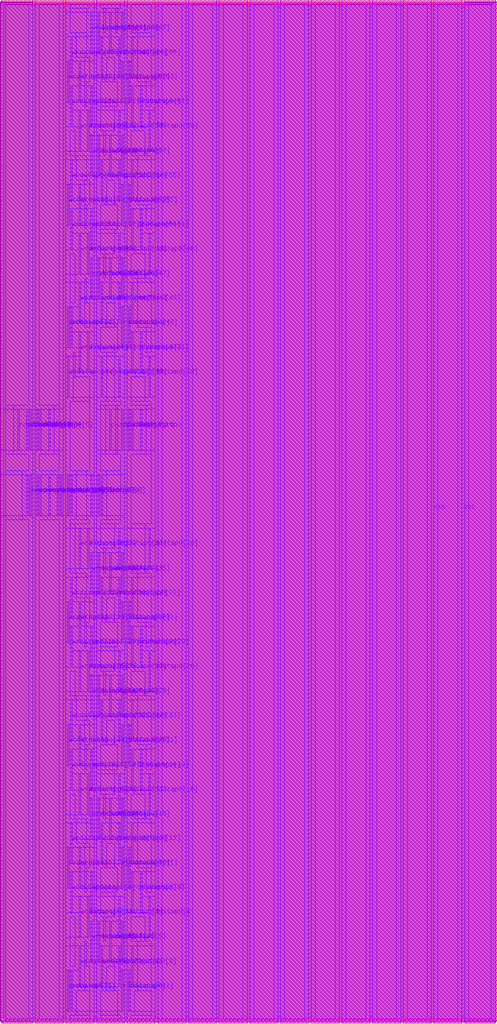
<source format=lef>
VERSION 5.8 ;
BUSBITCHARS "[]" ;
DIVIDERCHAR "/" ;

UNITS
  DATABASE MICRONS 4000 ;
END UNITS

PROPERTYDEFINITIONS
  MACRO hpml_layer STRING ;
  MACRO heml_layer STRING ;
END PROPERTYDEFINITIONS

MACRO arf066b064e1r1w0cbbehsaa4acw
  CLASS BLOCK ;
  FOREIGN arf066b064e1r1w0cbbehsaa4acw ;
  ORIGIN 0 0 ;
  SIZE 14.4 BY 29.76 ;
  PIN ckrdp0
    DIRECTION INPUT ;
    USE SIGNAL ;
    PORT
      LAYER m7 ;
        RECT 3.128 16.68 3.172 17.88 ;
    END
  END ckrdp0
  PIN ckwrp0
    DIRECTION INPUT ;
    USE SIGNAL ;
    PORT
      LAYER m7 ;
        RECT 0.684 14.76 0.728 15.96 ;
    END
  END ckwrp0
  PIN rdaddrp0[0]
    DIRECTION INPUT ;
    USE SIGNAL ;
    PORT
      LAYER m7 ;
        RECT 0.428 16.68 0.472 17.88 ;
    END
  END rdaddrp0[0]
  PIN rdaddrp0[1]
    DIRECTION INPUT ;
    USE SIGNAL ;
    PORT
      LAYER m7 ;
        RECT 0.684 16.68 0.728 17.88 ;
    END
  END rdaddrp0[1]
  PIN rdaddrp0[2]
    DIRECTION INPUT ;
    USE SIGNAL ;
    PORT
      LAYER m7 ;
        RECT 0.772 16.68 0.816 17.88 ;
    END
  END rdaddrp0[2]
  PIN rdaddrp0[3]
    DIRECTION INPUT ;
    USE SIGNAL ;
    PORT
      LAYER m7 ;
        RECT 0.984 16.68 1.028 17.88 ;
    END
  END rdaddrp0[3]
  PIN rdaddrp0[4]
    DIRECTION INPUT ;
    USE SIGNAL ;
    PORT
      LAYER m7 ;
        RECT 1.072 16.68 1.116 17.88 ;
    END
  END rdaddrp0[4]
  PIN rdaddrp0[5]
    DIRECTION INPUT ;
    USE SIGNAL ;
    PORT
      LAYER m7 ;
        RECT 1.328 16.68 1.372 17.88 ;
    END
  END rdaddrp0[5]
  PIN rdaddrp0_fd
    DIRECTION INPUT ;
    USE SIGNAL ;
    PORT
      LAYER m7 ;
        RECT 3.472 16.68 3.516 17.88 ;
    END
  END rdaddrp0_fd
  PIN rdaddrp0_rd
    DIRECTION INPUT ;
    USE SIGNAL ;
    PORT
      LAYER m7 ;
        RECT 3.684 16.68 3.728 17.88 ;
    END
  END rdaddrp0_rd
  PIN rdenp0
    DIRECTION INPUT ;
    USE SIGNAL ;
    PORT
      LAYER m7 ;
        RECT 3.772 16.68 3.816 17.88 ;
    END
  END rdenp0
  PIN sdl_initp0
    DIRECTION INPUT ;
    USE SIGNAL ;
    PORT
      LAYER m7 ;
        RECT 4.028 16.68 4.072 17.88 ;
    END
  END sdl_initp0
  PIN wraddrp0[0]
    DIRECTION INPUT ;
    USE SIGNAL ;
    PORT
      LAYER m7 ;
        RECT 1.672 14.76 1.716 15.96 ;
    END
  END wraddrp0[0]
  PIN wraddrp0[1]
    DIRECTION INPUT ;
    USE SIGNAL ;
    PORT
      LAYER m7 ;
        RECT 1.884 14.76 1.928 15.96 ;
    END
  END wraddrp0[1]
  PIN wraddrp0[2]
    DIRECTION INPUT ;
    USE SIGNAL ;
    PORT
      LAYER m7 ;
        RECT 1.972 14.76 2.016 15.96 ;
    END
  END wraddrp0[2]
  PIN wraddrp0[3]
    DIRECTION INPUT ;
    USE SIGNAL ;
    PORT
      LAYER m7 ;
        RECT 2.572 14.76 2.616 15.96 ;
    END
  END wraddrp0[3]
  PIN wraddrp0[4]
    DIRECTION INPUT ;
    USE SIGNAL ;
    PORT
      LAYER m7 ;
        RECT 2.784 14.76 2.828 15.96 ;
    END
  END wraddrp0[4]
  PIN wraddrp0[5]
    DIRECTION INPUT ;
    USE SIGNAL ;
    PORT
      LAYER m7 ;
        RECT 2.872 14.76 2.916 15.96 ;
    END
  END wraddrp0[5]
  PIN wraddrp0_fd
    DIRECTION INPUT ;
    USE SIGNAL ;
    PORT
      LAYER m7 ;
        RECT 0.772 14.76 0.816 15.96 ;
    END
  END wraddrp0_fd
  PIN wraddrp0_rd
    DIRECTION INPUT ;
    USE SIGNAL ;
    PORT
      LAYER m7 ;
        RECT 0.984 14.76 1.028 15.96 ;
    END
  END wraddrp0_rd
  PIN wrdatap0[0]
    DIRECTION INPUT ;
    USE SIGNAL ;
    PORT
      LAYER m7 ;
        RECT 1.884 0.24 1.928 1.44 ;
    END
  END wrdatap0[0]
  PIN wrdatap0[10]
    DIRECTION INPUT ;
    USE SIGNAL ;
    PORT
      LAYER m7 ;
        RECT 1.884 3.84 1.928 5.04 ;
    END
  END wrdatap0[10]
  PIN wrdatap0[11]
    DIRECTION INPUT ;
    USE SIGNAL ;
    PORT
      LAYER m7 ;
        RECT 2.228 3.84 2.272 5.04 ;
    END
  END wrdatap0[11]
  PIN wrdatap0[12]
    DIRECTION INPUT ;
    USE SIGNAL ;
    PORT
      LAYER m7 ;
        RECT 2.872 4.56 2.916 5.76 ;
    END
  END wrdatap0[12]
  PIN wrdatap0[13]
    DIRECTION INPUT ;
    USE SIGNAL ;
    PORT
      LAYER m7 ;
        RECT 1.972 4.56 2.016 5.76 ;
    END
  END wrdatap0[13]
  PIN wrdatap0[14]
    DIRECTION INPUT ;
    USE SIGNAL ;
    PORT
      LAYER m7 ;
        RECT 2.572 5.28 2.616 6.48 ;
    END
  END wrdatap0[14]
  PIN wrdatap0[15]
    DIRECTION INPUT ;
    USE SIGNAL ;
    PORT
      LAYER m7 ;
        RECT 2.784 5.28 2.828 6.48 ;
    END
  END wrdatap0[15]
  PIN wrdatap0[16]
    DIRECTION INPUT ;
    USE SIGNAL ;
    PORT
      LAYER m7 ;
        RECT 2.228 6 2.272 7.2 ;
    END
  END wrdatap0[16]
  PIN wrdatap0[17]
    DIRECTION INPUT ;
    USE SIGNAL ;
    PORT
      LAYER m7 ;
        RECT 2.484 6 2.528 7.2 ;
    END
  END wrdatap0[17]
  PIN wrdatap0[18]
    DIRECTION INPUT ;
    USE SIGNAL ;
    PORT
      LAYER m7 ;
        RECT 1.972 6.72 2.016 7.92 ;
    END
  END wrdatap0[18]
  PIN wrdatap0[19]
    DIRECTION INPUT ;
    USE SIGNAL ;
    PORT
      LAYER m7 ;
        RECT 2.572 6.72 2.616 7.92 ;
    END
  END wrdatap0[19]
  PIN wrdatap0[1]
    DIRECTION INPUT ;
    USE SIGNAL ;
    PORT
      LAYER m7 ;
        RECT 1.972 0.24 2.016 1.44 ;
    END
  END wrdatap0[1]
  PIN wrdatap0[20]
    DIRECTION INPUT ;
    USE SIGNAL ;
    PORT
      LAYER m7 ;
        RECT 1.884 7.44 1.928 8.64 ;
    END
  END wrdatap0[20]
  PIN wrdatap0[21]
    DIRECTION INPUT ;
    USE SIGNAL ;
    PORT
      LAYER m7 ;
        RECT 2.228 7.44 2.272 8.64 ;
    END
  END wrdatap0[21]
  PIN wrdatap0[22]
    DIRECTION INPUT ;
    USE SIGNAL ;
    PORT
      LAYER m7 ;
        RECT 2.872 8.16 2.916 9.36 ;
    END
  END wrdatap0[22]
  PIN wrdatap0[23]
    DIRECTION INPUT ;
    USE SIGNAL ;
    PORT
      LAYER m7 ;
        RECT 1.972 8.16 2.016 9.36 ;
    END
  END wrdatap0[23]
  PIN wrdatap0[24]
    DIRECTION INPUT ;
    USE SIGNAL ;
    PORT
      LAYER m7 ;
        RECT 2.572 8.88 2.616 10.08 ;
    END
  END wrdatap0[24]
  PIN wrdatap0[25]
    DIRECTION INPUT ;
    USE SIGNAL ;
    PORT
      LAYER m7 ;
        RECT 2.784 8.88 2.828 10.08 ;
    END
  END wrdatap0[25]
  PIN wrdatap0[26]
    DIRECTION INPUT ;
    USE SIGNAL ;
    PORT
      LAYER m7 ;
        RECT 2.228 9.6 2.272 10.8 ;
    END
  END wrdatap0[26]
  PIN wrdatap0[27]
    DIRECTION INPUT ;
    USE SIGNAL ;
    PORT
      LAYER m7 ;
        RECT 2.484 9.6 2.528 10.8 ;
    END
  END wrdatap0[27]
  PIN wrdatap0[28]
    DIRECTION INPUT ;
    USE SIGNAL ;
    PORT
      LAYER m7 ;
        RECT 1.972 10.32 2.016 11.52 ;
    END
  END wrdatap0[28]
  PIN wrdatap0[29]
    DIRECTION INPUT ;
    USE SIGNAL ;
    PORT
      LAYER m7 ;
        RECT 2.572 10.32 2.616 11.52 ;
    END
  END wrdatap0[29]
  PIN wrdatap0[2]
    DIRECTION INPUT ;
    USE SIGNAL ;
    PORT
      LAYER m7 ;
        RECT 2.872 0.96 2.916 2.16 ;
    END
  END wrdatap0[2]
  PIN wrdatap0[30]
    DIRECTION INPUT ;
    USE SIGNAL ;
    PORT
      LAYER m7 ;
        RECT 1.884 11.04 1.928 12.24 ;
    END
  END wrdatap0[30]
  PIN wrdatap0[31]
    DIRECTION INPUT ;
    USE SIGNAL ;
    PORT
      LAYER m7 ;
        RECT 2.228 11.04 2.272 12.24 ;
    END
  END wrdatap0[31]
  PIN wrdatap0[32]
    DIRECTION INPUT ;
    USE SIGNAL ;
    PORT
      LAYER m7 ;
        RECT 2.872 11.76 2.916 12.96 ;
    END
  END wrdatap0[32]
  PIN wrdatap0[33]
    DIRECTION INPUT ;
    USE SIGNAL ;
    PORT
      LAYER m7 ;
        RECT 1.972 11.76 2.016 12.96 ;
    END
  END wrdatap0[33]
  PIN wrdatap0[34]
    DIRECTION INPUT ;
    USE SIGNAL ;
    PORT
      LAYER m7 ;
        RECT 2.572 12.48 2.616 13.68 ;
    END
  END wrdatap0[34]
  PIN wrdatap0[35]
    DIRECTION INPUT ;
    USE SIGNAL ;
    PORT
      LAYER m7 ;
        RECT 2.784 12.48 2.828 13.68 ;
    END
  END wrdatap0[35]
  PIN wrdatap0[36]
    DIRECTION INPUT ;
    USE SIGNAL ;
    PORT
      LAYER m7 ;
        RECT 2.228 13.2 2.272 14.4 ;
    END
  END wrdatap0[36]
  PIN wrdatap0[37]
    DIRECTION INPUT ;
    USE SIGNAL ;
    PORT
      LAYER m7 ;
        RECT 2.484 13.2 2.528 14.4 ;
    END
  END wrdatap0[37]
  PIN wrdatap0[38]
    DIRECTION INPUT ;
    USE SIGNAL ;
    PORT
      LAYER m7 ;
        RECT 2.872 18.24 2.916 19.44 ;
    END
  END wrdatap0[38]
  PIN wrdatap0[39]
    DIRECTION INPUT ;
    USE SIGNAL ;
    PORT
      LAYER m7 ;
        RECT 1.884 18.24 1.928 19.44 ;
    END
  END wrdatap0[39]
  PIN wrdatap0[3]
    DIRECTION INPUT ;
    USE SIGNAL ;
    PORT
      LAYER m7 ;
        RECT 2.228 0.96 2.272 2.16 ;
    END
  END wrdatap0[3]
  PIN wrdatap0[40]
    DIRECTION INPUT ;
    USE SIGNAL ;
    PORT
      LAYER m7 ;
        RECT 2.228 18.96 2.272 20.16 ;
    END
  END wrdatap0[40]
  PIN wrdatap0[41]
    DIRECTION INPUT ;
    USE SIGNAL ;
    PORT
      LAYER m7 ;
        RECT 2.484 18.96 2.528 20.16 ;
    END
  END wrdatap0[41]
  PIN wrdatap0[42]
    DIRECTION INPUT ;
    USE SIGNAL ;
    PORT
      LAYER m7 ;
        RECT 1.884 19.68 1.928 20.88 ;
    END
  END wrdatap0[42]
  PIN wrdatap0[43]
    DIRECTION INPUT ;
    USE SIGNAL ;
    PORT
      LAYER m7 ;
        RECT 1.972 19.68 2.016 20.88 ;
    END
  END wrdatap0[43]
  PIN wrdatap0[44]
    DIRECTION INPUT ;
    USE SIGNAL ;
    PORT
      LAYER m7 ;
        RECT 2.872 20.4 2.916 21.6 ;
    END
  END wrdatap0[44]
  PIN wrdatap0[45]
    DIRECTION INPUT ;
    USE SIGNAL ;
    PORT
      LAYER m7 ;
        RECT 2.228 20.4 2.272 21.6 ;
    END
  END wrdatap0[45]
  PIN wrdatap0[46]
    DIRECTION INPUT ;
    USE SIGNAL ;
    PORT
      LAYER m7 ;
        RECT 2.572 21.12 2.616 22.32 ;
    END
  END wrdatap0[46]
  PIN wrdatap0[47]
    DIRECTION INPUT ;
    USE SIGNAL ;
    PORT
      LAYER m7 ;
        RECT 2.784 21.12 2.828 22.32 ;
    END
  END wrdatap0[47]
  PIN wrdatap0[48]
    DIRECTION INPUT ;
    USE SIGNAL ;
    PORT
      LAYER m7 ;
        RECT 2.228 21.84 2.272 23.04 ;
    END
  END wrdatap0[48]
  PIN wrdatap0[49]
    DIRECTION INPUT ;
    USE SIGNAL ;
    PORT
      LAYER m7 ;
        RECT 2.484 21.84 2.528 23.04 ;
    END
  END wrdatap0[49]
  PIN wrdatap0[4]
    DIRECTION INPUT ;
    USE SIGNAL ;
    PORT
      LAYER m7 ;
        RECT 2.572 1.68 2.616 2.88 ;
    END
  END wrdatap0[4]
  PIN wrdatap0[50]
    DIRECTION INPUT ;
    USE SIGNAL ;
    PORT
      LAYER m7 ;
        RECT 1.972 22.56 2.016 23.76 ;
    END
  END wrdatap0[50]
  PIN wrdatap0[51]
    DIRECTION INPUT ;
    USE SIGNAL ;
    PORT
      LAYER m7 ;
        RECT 2.572 22.56 2.616 23.76 ;
    END
  END wrdatap0[51]
  PIN wrdatap0[52]
    DIRECTION INPUT ;
    USE SIGNAL ;
    PORT
      LAYER m7 ;
        RECT 1.884 23.28 1.928 24.48 ;
    END
  END wrdatap0[52]
  PIN wrdatap0[53]
    DIRECTION INPUT ;
    USE SIGNAL ;
    PORT
      LAYER m7 ;
        RECT 2.228 23.28 2.272 24.48 ;
    END
  END wrdatap0[53]
  PIN wrdatap0[54]
    DIRECTION INPUT ;
    USE SIGNAL ;
    PORT
      LAYER m7 ;
        RECT 2.872 24 2.916 25.2 ;
    END
  END wrdatap0[54]
  PIN wrdatap0[55]
    DIRECTION INPUT ;
    USE SIGNAL ;
    PORT
      LAYER m7 ;
        RECT 1.972 24 2.016 25.2 ;
    END
  END wrdatap0[55]
  PIN wrdatap0[56]
    DIRECTION INPUT ;
    USE SIGNAL ;
    PORT
      LAYER m7 ;
        RECT 2.572 24.72 2.616 25.92 ;
    END
  END wrdatap0[56]
  PIN wrdatap0[57]
    DIRECTION INPUT ;
    USE SIGNAL ;
    PORT
      LAYER m7 ;
        RECT 2.784 24.72 2.828 25.92 ;
    END
  END wrdatap0[57]
  PIN wrdatap0[58]
    DIRECTION INPUT ;
    USE SIGNAL ;
    PORT
      LAYER m7 ;
        RECT 2.228 25.44 2.272 26.64 ;
    END
  END wrdatap0[58]
  PIN wrdatap0[59]
    DIRECTION INPUT ;
    USE SIGNAL ;
    PORT
      LAYER m7 ;
        RECT 2.484 25.44 2.528 26.64 ;
    END
  END wrdatap0[59]
  PIN wrdatap0[5]
    DIRECTION INPUT ;
    USE SIGNAL ;
    PORT
      LAYER m7 ;
        RECT 2.784 1.68 2.828 2.88 ;
    END
  END wrdatap0[5]
  PIN wrdatap0[60]
    DIRECTION INPUT ;
    USE SIGNAL ;
    PORT
      LAYER m7 ;
        RECT 1.972 26.16 2.016 27.36 ;
    END
  END wrdatap0[60]
  PIN wrdatap0[61]
    DIRECTION INPUT ;
    USE SIGNAL ;
    PORT
      LAYER m7 ;
        RECT 2.572 26.16 2.616 27.36 ;
    END
  END wrdatap0[61]
  PIN wrdatap0[62]
    DIRECTION INPUT ;
    USE SIGNAL ;
    PORT
      LAYER m7 ;
        RECT 1.884 26.88 1.928 28.08 ;
    END
  END wrdatap0[62]
  PIN wrdatap0[63]
    DIRECTION INPUT ;
    USE SIGNAL ;
    PORT
      LAYER m7 ;
        RECT 2.228 26.88 2.272 28.08 ;
    END
  END wrdatap0[63]
  PIN wrdatap0[64]
    DIRECTION INPUT ;
    USE SIGNAL ;
    PORT
      LAYER m7 ;
        RECT 2.872 27.6 2.916 28.8 ;
    END
  END wrdatap0[64]
  PIN wrdatap0[65]
    DIRECTION INPUT ;
    USE SIGNAL ;
    PORT
      LAYER m7 ;
        RECT 1.972 27.6 2.016 28.8 ;
    END
  END wrdatap0[65]
  PIN wrdatap0[66]
    DIRECTION INPUT ;
    USE SIGNAL ;
    PORT
      LAYER m7 ;
        RECT 2.572 28.32 2.616 29.52 ;
    END
  END wrdatap0[66]
  PIN wrdatap0[67]
    DIRECTION INPUT ;
    USE SIGNAL ;
    PORT
      LAYER m7 ;
        RECT 2.784 28.32 2.828 29.52 ;
    END
  END wrdatap0[67]
  PIN wrdatap0[6]
    DIRECTION INPUT ;
    USE SIGNAL ;
    PORT
      LAYER m7 ;
        RECT 2.228 2.4 2.272 3.6 ;
    END
  END wrdatap0[6]
  PIN wrdatap0[7]
    DIRECTION INPUT ;
    USE SIGNAL ;
    PORT
      LAYER m7 ;
        RECT 2.484 2.4 2.528 3.6 ;
    END
  END wrdatap0[7]
  PIN wrdatap0[8]
    DIRECTION INPUT ;
    USE SIGNAL ;
    PORT
      LAYER m7 ;
        RECT 1.972 3.12 2.016 4.32 ;
    END
  END wrdatap0[8]
  PIN wrdatap0[9]
    DIRECTION INPUT ;
    USE SIGNAL ;
    PORT
      LAYER m7 ;
        RECT 2.572 3.12 2.616 4.32 ;
    END
  END wrdatap0[9]
  PIN wrdatap0_fd
    DIRECTION INPUT ;
    USE SIGNAL ;
    PORT
      LAYER m7 ;
        RECT 1.328 14.76 1.372 15.96 ;
    END
  END wrdatap0_fd
  PIN wrdatap0_rd
    DIRECTION INPUT ;
    USE SIGNAL ;
    PORT
      LAYER m7 ;
        RECT 1.584 14.76 1.628 15.96 ;
    END
  END wrdatap0_rd
  PIN wrenp0
    DIRECTION INPUT ;
    USE SIGNAL ;
    PORT
      LAYER m7 ;
        RECT 1.072 14.76 1.116 15.96 ;
    END
  END wrenp0
  PIN rddatap0[0]
    DIRECTION OUTPUT ;
    USE SIGNAL ;
    PORT
      LAYER m7 ;
        RECT 3.472 0.24 3.516 1.44 ;
    END
  END rddatap0[0]
  PIN rddatap0[10]
    DIRECTION OUTPUT ;
    USE SIGNAL ;
    PORT
      LAYER m7 ;
        RECT 3.472 3.84 3.516 5.04 ;
    END
  END rddatap0[10]
  PIN rddatap0[11]
    DIRECTION OUTPUT ;
    USE SIGNAL ;
    PORT
      LAYER m7 ;
        RECT 3.684 3.84 3.728 5.04 ;
    END
  END rddatap0[11]
  PIN rddatap0[12]
    DIRECTION OUTPUT ;
    USE SIGNAL ;
    PORT
      LAYER m7 ;
        RECT 3.384 4.56 3.428 5.76 ;
    END
  END rddatap0[12]
  PIN rddatap0[13]
    DIRECTION OUTPUT ;
    USE SIGNAL ;
    PORT
      LAYER m7 ;
        RECT 3.772 4.56 3.816 5.76 ;
    END
  END rddatap0[13]
  PIN rddatap0[14]
    DIRECTION OUTPUT ;
    USE SIGNAL ;
    PORT
      LAYER m7 ;
        RECT 3.128 5.28 3.172 6.48 ;
    END
  END rddatap0[14]
  PIN rddatap0[15]
    DIRECTION OUTPUT ;
    USE SIGNAL ;
    PORT
      LAYER m7 ;
        RECT 3.472 5.28 3.516 6.48 ;
    END
  END rddatap0[15]
  PIN rddatap0[16]
    DIRECTION OUTPUT ;
    USE SIGNAL ;
    PORT
      LAYER m7 ;
        RECT 4.284 6 4.328 7.2 ;
    END
  END rddatap0[16]
  PIN rddatap0[17]
    DIRECTION OUTPUT ;
    USE SIGNAL ;
    PORT
      LAYER m7 ;
        RECT 3.384 6 3.428 7.2 ;
    END
  END rddatap0[17]
  PIN rddatap0[18]
    DIRECTION OUTPUT ;
    USE SIGNAL ;
    PORT
      LAYER m7 ;
        RECT 3.772 6.72 3.816 7.92 ;
    END
  END rddatap0[18]
  PIN rddatap0[19]
    DIRECTION OUTPUT ;
    USE SIGNAL ;
    PORT
      LAYER m7 ;
        RECT 4.028 6.72 4.072 7.92 ;
    END
  END rddatap0[19]
  PIN rddatap0[1]
    DIRECTION OUTPUT ;
    USE SIGNAL ;
    PORT
      LAYER m7 ;
        RECT 3.684 0.24 3.728 1.44 ;
    END
  END rddatap0[1]
  PIN rddatap0[20]
    DIRECTION OUTPUT ;
    USE SIGNAL ;
    PORT
      LAYER m7 ;
        RECT 3.472 7.44 3.516 8.64 ;
    END
  END rddatap0[20]
  PIN rddatap0[21]
    DIRECTION OUTPUT ;
    USE SIGNAL ;
    PORT
      LAYER m7 ;
        RECT 3.684 7.44 3.728 8.64 ;
    END
  END rddatap0[21]
  PIN rddatap0[22]
    DIRECTION OUTPUT ;
    USE SIGNAL ;
    PORT
      LAYER m7 ;
        RECT 3.384 8.16 3.428 9.36 ;
    END
  END rddatap0[22]
  PIN rddatap0[23]
    DIRECTION OUTPUT ;
    USE SIGNAL ;
    PORT
      LAYER m7 ;
        RECT 3.772 8.16 3.816 9.36 ;
    END
  END rddatap0[23]
  PIN rddatap0[24]
    DIRECTION OUTPUT ;
    USE SIGNAL ;
    PORT
      LAYER m7 ;
        RECT 3.128 8.88 3.172 10.08 ;
    END
  END rddatap0[24]
  PIN rddatap0[25]
    DIRECTION OUTPUT ;
    USE SIGNAL ;
    PORT
      LAYER m7 ;
        RECT 3.472 8.88 3.516 10.08 ;
    END
  END rddatap0[25]
  PIN rddatap0[26]
    DIRECTION OUTPUT ;
    USE SIGNAL ;
    PORT
      LAYER m7 ;
        RECT 4.284 9.6 4.328 10.8 ;
    END
  END rddatap0[26]
  PIN rddatap0[27]
    DIRECTION OUTPUT ;
    USE SIGNAL ;
    PORT
      LAYER m7 ;
        RECT 3.384 9.6 3.428 10.8 ;
    END
  END rddatap0[27]
  PIN rddatap0[28]
    DIRECTION OUTPUT ;
    USE SIGNAL ;
    PORT
      LAYER m7 ;
        RECT 3.772 10.32 3.816 11.52 ;
    END
  END rddatap0[28]
  PIN rddatap0[29]
    DIRECTION OUTPUT ;
    USE SIGNAL ;
    PORT
      LAYER m7 ;
        RECT 4.028 10.32 4.072 11.52 ;
    END
  END rddatap0[29]
  PIN rddatap0[2]
    DIRECTION OUTPUT ;
    USE SIGNAL ;
    PORT
      LAYER m7 ;
        RECT 3.384 0.96 3.428 2.16 ;
    END
  END rddatap0[2]
  PIN rddatap0[30]
    DIRECTION OUTPUT ;
    USE SIGNAL ;
    PORT
      LAYER m7 ;
        RECT 3.472 11.04 3.516 12.24 ;
    END
  END rddatap0[30]
  PIN rddatap0[31]
    DIRECTION OUTPUT ;
    USE SIGNAL ;
    PORT
      LAYER m7 ;
        RECT 3.684 11.04 3.728 12.24 ;
    END
  END rddatap0[31]
  PIN rddatap0[32]
    DIRECTION OUTPUT ;
    USE SIGNAL ;
    PORT
      LAYER m7 ;
        RECT 3.384 11.76 3.428 12.96 ;
    END
  END rddatap0[32]
  PIN rddatap0[33]
    DIRECTION OUTPUT ;
    USE SIGNAL ;
    PORT
      LAYER m7 ;
        RECT 3.772 11.76 3.816 12.96 ;
    END
  END rddatap0[33]
  PIN rddatap0[34]
    DIRECTION OUTPUT ;
    USE SIGNAL ;
    PORT
      LAYER m7 ;
        RECT 3.128 12.48 3.172 13.68 ;
    END
  END rddatap0[34]
  PIN rddatap0[35]
    DIRECTION OUTPUT ;
    USE SIGNAL ;
    PORT
      LAYER m7 ;
        RECT 3.472 12.48 3.516 13.68 ;
    END
  END rddatap0[35]
  PIN rddatap0[36]
    DIRECTION OUTPUT ;
    USE SIGNAL ;
    PORT
      LAYER m7 ;
        RECT 4.284 13.2 4.328 14.4 ;
    END
  END rddatap0[36]
  PIN rddatap0[37]
    DIRECTION OUTPUT ;
    USE SIGNAL ;
    PORT
      LAYER m7 ;
        RECT 3.384 13.2 3.428 14.4 ;
    END
  END rddatap0[37]
  PIN rddatap0[38]
    DIRECTION OUTPUT ;
    USE SIGNAL ;
    PORT
      LAYER m7 ;
        RECT 4.284 18.24 4.328 19.44 ;
    END
  END rddatap0[38]
  PIN rddatap0[39]
    DIRECTION OUTPUT ;
    USE SIGNAL ;
    PORT
      LAYER m7 ;
        RECT 3.384 18.24 3.428 19.44 ;
    END
  END rddatap0[39]
  PIN rddatap0[3]
    DIRECTION OUTPUT ;
    USE SIGNAL ;
    PORT
      LAYER m7 ;
        RECT 3.772 0.96 3.816 2.16 ;
    END
  END rddatap0[3]
  PIN rddatap0[40]
    DIRECTION OUTPUT ;
    USE SIGNAL ;
    PORT
      LAYER m7 ;
        RECT 3.772 18.96 3.816 20.16 ;
    END
  END rddatap0[40]
  PIN rddatap0[41]
    DIRECTION OUTPUT ;
    USE SIGNAL ;
    PORT
      LAYER m7 ;
        RECT 4.028 18.96 4.072 20.16 ;
    END
  END rddatap0[41]
  PIN rddatap0[42]
    DIRECTION OUTPUT ;
    USE SIGNAL ;
    PORT
      LAYER m7 ;
        RECT 3.472 19.68 3.516 20.88 ;
    END
  END rddatap0[42]
  PIN rddatap0[43]
    DIRECTION OUTPUT ;
    USE SIGNAL ;
    PORT
      LAYER m7 ;
        RECT 3.684 19.68 3.728 20.88 ;
    END
  END rddatap0[43]
  PIN rddatap0[44]
    DIRECTION OUTPUT ;
    USE SIGNAL ;
    PORT
      LAYER m7 ;
        RECT 3.384 20.4 3.428 21.6 ;
    END
  END rddatap0[44]
  PIN rddatap0[45]
    DIRECTION OUTPUT ;
    USE SIGNAL ;
    PORT
      LAYER m7 ;
        RECT 3.772 20.4 3.816 21.6 ;
    END
  END rddatap0[45]
  PIN rddatap0[46]
    DIRECTION OUTPUT ;
    USE SIGNAL ;
    PORT
      LAYER m7 ;
        RECT 3.128 21.12 3.172 22.32 ;
    END
  END rddatap0[46]
  PIN rddatap0[47]
    DIRECTION OUTPUT ;
    USE SIGNAL ;
    PORT
      LAYER m7 ;
        RECT 3.472 21.12 3.516 22.32 ;
    END
  END rddatap0[47]
  PIN rddatap0[48]
    DIRECTION OUTPUT ;
    USE SIGNAL ;
    PORT
      LAYER m7 ;
        RECT 4.284 21.84 4.328 23.04 ;
    END
  END rddatap0[48]
  PIN rddatap0[49]
    DIRECTION OUTPUT ;
    USE SIGNAL ;
    PORT
      LAYER m7 ;
        RECT 3.384 21.84 3.428 23.04 ;
    END
  END rddatap0[49]
  PIN rddatap0[4]
    DIRECTION OUTPUT ;
    USE SIGNAL ;
    PORT
      LAYER m7 ;
        RECT 3.128 1.68 3.172 2.88 ;
    END
  END rddatap0[4]
  PIN rddatap0[50]
    DIRECTION OUTPUT ;
    USE SIGNAL ;
    PORT
      LAYER m7 ;
        RECT 3.772 22.56 3.816 23.76 ;
    END
  END rddatap0[50]
  PIN rddatap0[51]
    DIRECTION OUTPUT ;
    USE SIGNAL ;
    PORT
      LAYER m7 ;
        RECT 4.028 22.56 4.072 23.76 ;
    END
  END rddatap0[51]
  PIN rddatap0[52]
    DIRECTION OUTPUT ;
    USE SIGNAL ;
    PORT
      LAYER m7 ;
        RECT 3.472 23.28 3.516 24.48 ;
    END
  END rddatap0[52]
  PIN rddatap0[53]
    DIRECTION OUTPUT ;
    USE SIGNAL ;
    PORT
      LAYER m7 ;
        RECT 3.684 23.28 3.728 24.48 ;
    END
  END rddatap0[53]
  PIN rddatap0[54]
    DIRECTION OUTPUT ;
    USE SIGNAL ;
    PORT
      LAYER m7 ;
        RECT 3.384 24 3.428 25.2 ;
    END
  END rddatap0[54]
  PIN rddatap0[55]
    DIRECTION OUTPUT ;
    USE SIGNAL ;
    PORT
      LAYER m7 ;
        RECT 3.772 24 3.816 25.2 ;
    END
  END rddatap0[55]
  PIN rddatap0[56]
    DIRECTION OUTPUT ;
    USE SIGNAL ;
    PORT
      LAYER m7 ;
        RECT 3.128 24.72 3.172 25.92 ;
    END
  END rddatap0[56]
  PIN rddatap0[57]
    DIRECTION OUTPUT ;
    USE SIGNAL ;
    PORT
      LAYER m7 ;
        RECT 3.472 24.72 3.516 25.92 ;
    END
  END rddatap0[57]
  PIN rddatap0[58]
    DIRECTION OUTPUT ;
    USE SIGNAL ;
    PORT
      LAYER m7 ;
        RECT 4.284 25.44 4.328 26.64 ;
    END
  END rddatap0[58]
  PIN rddatap0[59]
    DIRECTION OUTPUT ;
    USE SIGNAL ;
    PORT
      LAYER m7 ;
        RECT 3.384 25.44 3.428 26.64 ;
    END
  END rddatap0[59]
  PIN rddatap0[5]
    DIRECTION OUTPUT ;
    USE SIGNAL ;
    PORT
      LAYER m7 ;
        RECT 3.472 1.68 3.516 2.88 ;
    END
  END rddatap0[5]
  PIN rddatap0[60]
    DIRECTION OUTPUT ;
    USE SIGNAL ;
    PORT
      LAYER m7 ;
        RECT 3.772 26.16 3.816 27.36 ;
    END
  END rddatap0[60]
  PIN rddatap0[61]
    DIRECTION OUTPUT ;
    USE SIGNAL ;
    PORT
      LAYER m7 ;
        RECT 4.028 26.16 4.072 27.36 ;
    END
  END rddatap0[61]
  PIN rddatap0[62]
    DIRECTION OUTPUT ;
    USE SIGNAL ;
    PORT
      LAYER m7 ;
        RECT 3.472 26.88 3.516 28.08 ;
    END
  END rddatap0[62]
  PIN rddatap0[63]
    DIRECTION OUTPUT ;
    USE SIGNAL ;
    PORT
      LAYER m7 ;
        RECT 3.684 26.88 3.728 28.08 ;
    END
  END rddatap0[63]
  PIN rddatap0[64]
    DIRECTION OUTPUT ;
    USE SIGNAL ;
    PORT
      LAYER m7 ;
        RECT 3.384 27.6 3.428 28.8 ;
    END
  END rddatap0[64]
  PIN rddatap0[65]
    DIRECTION OUTPUT ;
    USE SIGNAL ;
    PORT
      LAYER m7 ;
        RECT 3.772 27.6 3.816 28.8 ;
    END
  END rddatap0[65]
  PIN rddatap0[66]
    DIRECTION OUTPUT ;
    USE SIGNAL ;
    PORT
      LAYER m7 ;
        RECT 3.128 28.32 3.172 29.52 ;
    END
  END rddatap0[66]
  PIN rddatap0[67]
    DIRECTION OUTPUT ;
    USE SIGNAL ;
    PORT
      LAYER m7 ;
        RECT 3.472 28.32 3.516 29.52 ;
    END
  END rddatap0[67]
  PIN rddatap0[6]
    DIRECTION OUTPUT ;
    USE SIGNAL ;
    PORT
      LAYER m7 ;
        RECT 4.284 2.4 4.328 3.6 ;
    END
  END rddatap0[6]
  PIN rddatap0[7]
    DIRECTION OUTPUT ;
    USE SIGNAL ;
    PORT
      LAYER m7 ;
        RECT 3.384 2.4 3.428 3.6 ;
    END
  END rddatap0[7]
  PIN rddatap0[8]
    DIRECTION OUTPUT ;
    USE SIGNAL ;
    PORT
      LAYER m7 ;
        RECT 3.772 3.12 3.816 4.32 ;
    END
  END rddatap0[8]
  PIN rddatap0[9]
    DIRECTION OUTPUT ;
    USE SIGNAL ;
    PORT
      LAYER m7 ;
        RECT 4.028 3.12 4.072 4.32 ;
    END
  END rddatap0[9]
  PIN vcc
    DIRECTION INPUT ;
    USE POWER ;
    PORT
      LAYER m7 ;
        RECT 0.862 0.06 0.938 29.7 ;
        RECT 2.662 0.06 2.738 29.7 ;
        RECT 4.462 0.06 4.538 29.7 ;
        RECT 6.262 0.06 6.338 29.7 ;
        RECT 8.062 0.06 8.138 29.7 ;
        RECT 9.862 0.06 9.938 29.7 ;
        RECT 11.662 0.06 11.738 29.7 ;
        RECT 13.462 0.06 13.538 29.7 ;
    END
  END vcc
  PIN vss
    DIRECTION INOUT ;
    USE GROUND ;
    PORT
      LAYER m7 ;
        RECT 1.762 0.06 1.838 29.7 ;
        RECT 3.562 0.06 3.638 29.7 ;
        RECT 5.362 0.06 5.438 29.7 ;
        RECT 7.162 0.06 7.238 29.7 ;
        RECT 8.962 0.06 9.038 29.7 ;
        RECT 10.762 0.06 10.838 29.7 ;
        RECT 12.562 0.06 12.638 29.7 ;
    END
  END vss
  OBS
    LAYER m0 SPACING 0 ;
      RECT -0.016 -0.014 14.416 29.774 ;
    LAYER m1 SPACING 0 ;
      RECT -0.02 -0.02 14.42 29.78 ;
    LAYER m2 SPACING 0 ;
      RECT -0.0705 -0.038 14.4705 29.798 ;
    LAYER m3 SPACING 0 ;
      RECT -0.035 -0.07 14.435 29.83 ;
    LAYER m4 SPACING 0 ;
      RECT -0.07 -0.038 14.47 29.798 ;
    LAYER m5 SPACING 0 ;
      RECT -0.059 -0.09 14.459 29.85 ;
    LAYER m6 SPACING 0 ;
      RECT -0.09 -0.062 14.49 29.822 ;
    LAYER m7 SPACING 0 ;
      RECT 13.538 29.82 14.44 29.88 ;
      RECT 13.538 -0.06 14.492 29.82 ;
      RECT 13.538 -0.12 14.44 -0.06 ;
      RECT 12.638 -0.12 13.462 29.88 ;
      RECT 11.738 -0.12 12.562 29.88 ;
      RECT 10.838 -0.12 11.662 29.88 ;
      RECT 9.938 -0.12 10.762 29.88 ;
      RECT 9.038 -0.12 9.862 29.88 ;
      RECT 8.138 -0.12 8.962 29.88 ;
      RECT 7.238 -0.12 8.062 29.88 ;
      RECT 6.338 -0.12 7.162 29.88 ;
      RECT 5.438 -0.12 6.262 29.88 ;
      RECT 4.538 -0.12 5.362 29.88 ;
      RECT 3.638 28.8 4.462 29.88 ;
      RECT 3.638 28.08 3.772 28.8 ;
      RECT 3.816 27.6 4.462 28.8 ;
      RECT 3.728 27.6 3.772 28.08 ;
      RECT 3.728 27.36 4.462 27.6 ;
      RECT 3.638 26.88 3.684 28.08 ;
      RECT 3.728 26.88 3.772 27.36 ;
      RECT 4.072 26.64 4.462 27.36 ;
      RECT 3.816 26.16 4.028 27.36 ;
      RECT 3.638 26.16 3.772 26.88 ;
      RECT 4.072 26.16 4.284 26.64 ;
      RECT 4.328 25.44 4.462 26.64 ;
      RECT 3.638 25.44 4.284 26.16 ;
      RECT 3.638 25.2 4.462 25.44 ;
      RECT 3.638 24.48 3.772 25.2 ;
      RECT 3.816 24 4.462 25.2 ;
      RECT 3.728 24 3.772 24.48 ;
      RECT 3.728 23.76 4.462 24 ;
      RECT 3.638 23.28 3.684 24.48 ;
      RECT 3.728 23.28 3.772 23.76 ;
      RECT 4.072 23.04 4.462 23.76 ;
      RECT 3.816 22.56 4.028 23.76 ;
      RECT 3.638 22.56 3.772 23.28 ;
      RECT 4.072 22.56 4.284 23.04 ;
      RECT 4.328 21.84 4.462 23.04 ;
      RECT 3.638 21.84 4.284 22.56 ;
      RECT 3.638 21.6 4.462 21.84 ;
      RECT 3.638 20.88 3.772 21.6 ;
      RECT 3.816 20.4 4.462 21.6 ;
      RECT 3.728 20.4 3.772 20.88 ;
      RECT 3.728 20.16 4.462 20.4 ;
      RECT 3.638 19.68 3.684 20.88 ;
      RECT 3.728 19.68 3.772 20.16 ;
      RECT 4.072 19.44 4.462 20.16 ;
      RECT 3.816 18.96 4.028 20.16 ;
      RECT 3.638 18.96 3.772 19.68 ;
      RECT 4.072 18.96 4.284 19.44 ;
      RECT 4.328 18.24 4.462 19.44 ;
      RECT 3.638 18.24 4.284 18.96 ;
      RECT 3.638 17.88 4.462 18.24 ;
      RECT 3.638 16.68 3.684 17.88 ;
      RECT 3.728 16.68 3.772 17.88 ;
      RECT 3.816 16.68 4.028 17.88 ;
      RECT 4.072 16.68 4.462 17.88 ;
      RECT 3.638 14.4 4.462 16.68 ;
      RECT 3.638 13.2 4.284 14.4 ;
      RECT 4.328 13.2 4.462 14.4 ;
      RECT 3.638 12.96 4.462 13.2 ;
      RECT 3.638 12.24 3.772 12.96 ;
      RECT 3.816 11.76 4.462 12.96 ;
      RECT 3.728 11.76 3.772 12.24 ;
      RECT 3.728 11.52 4.462 11.76 ;
      RECT 3.638 11.04 3.684 12.24 ;
      RECT 3.728 11.04 3.772 11.52 ;
      RECT 4.072 10.8 4.462 11.52 ;
      RECT 3.816 10.32 4.028 11.52 ;
      RECT 3.638 10.32 3.772 11.04 ;
      RECT 4.072 10.32 4.284 10.8 ;
      RECT 4.328 9.6 4.462 10.8 ;
      RECT 3.638 9.6 4.284 10.32 ;
      RECT 3.638 9.36 4.462 9.6 ;
      RECT 3.638 8.64 3.772 9.36 ;
      RECT 3.816 8.16 4.462 9.36 ;
      RECT 3.728 8.16 3.772 8.64 ;
      RECT 3.728 7.92 4.462 8.16 ;
      RECT 3.638 7.44 3.684 8.64 ;
      RECT 3.728 7.44 3.772 7.92 ;
      RECT 4.072 7.2 4.462 7.92 ;
      RECT 3.816 6.72 4.028 7.92 ;
      RECT 3.638 6.72 3.772 7.44 ;
      RECT 4.072 6.72 4.284 7.2 ;
      RECT 4.328 6 4.462 7.2 ;
      RECT 3.638 6 4.284 6.72 ;
      RECT 3.638 5.76 4.462 6 ;
      RECT 3.638 5.04 3.772 5.76 ;
      RECT 3.816 4.56 4.462 5.76 ;
      RECT 3.728 4.56 3.772 5.04 ;
      RECT 3.728 4.32 4.462 4.56 ;
      RECT 3.638 3.84 3.684 5.04 ;
      RECT 3.728 3.84 3.772 4.32 ;
      RECT 4.072 3.6 4.462 4.32 ;
      RECT 3.816 3.12 4.028 4.32 ;
      RECT 3.638 3.12 3.772 3.84 ;
      RECT 4.072 3.12 4.284 3.6 ;
      RECT 4.328 2.4 4.462 3.6 ;
      RECT 3.638 2.4 4.284 3.12 ;
      RECT 3.638 2.16 4.462 2.4 ;
      RECT 3.638 1.44 3.772 2.16 ;
      RECT 3.816 0.96 4.462 2.16 ;
      RECT 3.728 0.96 3.772 1.44 ;
      RECT 3.638 0.24 3.684 1.44 ;
      RECT 3.728 0.24 4.462 0.96 ;
      RECT 3.638 -0.12 4.462 0.24 ;
      RECT 2.738 29.52 3.562 29.88 ;
      RECT 2.828 28.8 3.128 29.52 ;
      RECT 3.172 28.8 3.472 29.52 ;
      RECT 2.738 28.32 2.784 29.52 ;
      RECT 3.516 28.32 3.562 29.52 ;
      RECT 2.828 28.32 2.872 28.8 ;
      RECT 2.916 28.32 3.128 28.8 ;
      RECT 3.172 28.32 3.384 28.8 ;
      RECT 3.428 28.32 3.472 28.8 ;
      RECT 3.428 28.08 3.562 28.32 ;
      RECT 2.738 27.6 2.872 28.32 ;
      RECT 2.916 27.6 3.384 28.32 ;
      RECT 3.428 27.6 3.472 28.08 ;
      RECT 3.516 26.88 3.562 28.08 ;
      RECT 2.738 26.88 3.472 27.6 ;
      RECT 2.738 26.64 3.562 26.88 ;
      RECT 2.738 25.92 3.384 26.64 ;
      RECT 3.428 25.92 3.562 26.64 ;
      RECT 3.172 25.44 3.384 25.92 ;
      RECT 3.428 25.44 3.472 25.92 ;
      RECT 2.828 25.2 3.128 25.92 ;
      RECT 3.172 25.2 3.472 25.44 ;
      RECT 2.738 24.72 2.784 25.92 ;
      RECT 3.516 24.72 3.562 25.92 ;
      RECT 2.828 24.72 2.872 25.2 ;
      RECT 2.916 24.72 3.128 25.2 ;
      RECT 3.172 24.72 3.384 25.2 ;
      RECT 3.428 24.72 3.472 25.2 ;
      RECT 3.428 24.48 3.562 24.72 ;
      RECT 2.738 24 2.872 24.72 ;
      RECT 2.916 24 3.384 24.72 ;
      RECT 3.428 24 3.472 24.48 ;
      RECT 3.516 23.28 3.562 24.48 ;
      RECT 2.738 23.28 3.472 24 ;
      RECT 2.738 23.04 3.562 23.28 ;
      RECT 2.738 22.32 3.384 23.04 ;
      RECT 3.428 22.32 3.562 23.04 ;
      RECT 3.172 21.84 3.384 22.32 ;
      RECT 3.428 21.84 3.472 22.32 ;
      RECT 2.828 21.6 3.128 22.32 ;
      RECT 3.172 21.6 3.472 21.84 ;
      RECT 2.738 21.12 2.784 22.32 ;
      RECT 3.516 21.12 3.562 22.32 ;
      RECT 2.828 21.12 2.872 21.6 ;
      RECT 2.916 21.12 3.128 21.6 ;
      RECT 3.172 21.12 3.384 21.6 ;
      RECT 3.428 21.12 3.472 21.6 ;
      RECT 3.428 20.88 3.562 21.12 ;
      RECT 2.738 20.4 2.872 21.12 ;
      RECT 2.916 20.4 3.384 21.12 ;
      RECT 3.428 20.4 3.472 20.88 ;
      RECT 3.516 19.68 3.562 20.88 ;
      RECT 2.738 19.68 3.472 20.4 ;
      RECT 2.738 19.44 3.562 19.68 ;
      RECT 2.738 18.24 2.872 19.44 ;
      RECT 2.916 18.24 3.384 19.44 ;
      RECT 3.428 18.24 3.562 19.44 ;
      RECT 2.738 17.88 3.562 18.24 ;
      RECT 2.738 16.68 3.128 17.88 ;
      RECT 3.172 16.68 3.472 17.88 ;
      RECT 3.516 16.68 3.562 17.88 ;
      RECT 2.738 15.96 3.562 16.68 ;
      RECT 2.738 14.76 2.784 15.96 ;
      RECT 2.828 14.76 2.872 15.96 ;
      RECT 2.916 14.76 3.562 15.96 ;
      RECT 2.738 14.4 3.562 14.76 ;
      RECT 2.738 13.68 3.384 14.4 ;
      RECT 3.428 13.68 3.562 14.4 ;
      RECT 3.172 13.2 3.384 13.68 ;
      RECT 3.428 13.2 3.472 13.68 ;
      RECT 2.828 12.96 3.128 13.68 ;
      RECT 3.172 12.96 3.472 13.2 ;
      RECT 2.738 12.48 2.784 13.68 ;
      RECT 3.516 12.48 3.562 13.68 ;
      RECT 2.828 12.48 2.872 12.96 ;
      RECT 2.916 12.48 3.128 12.96 ;
      RECT 3.172 12.48 3.384 12.96 ;
      RECT 3.428 12.48 3.472 12.96 ;
      RECT 3.428 12.24 3.562 12.48 ;
      RECT 2.738 11.76 2.872 12.48 ;
      RECT 2.916 11.76 3.384 12.48 ;
      RECT 3.428 11.76 3.472 12.24 ;
      RECT 3.516 11.04 3.562 12.24 ;
      RECT 2.738 11.04 3.472 11.76 ;
      RECT 2.738 10.8 3.562 11.04 ;
      RECT 2.738 10.08 3.384 10.8 ;
      RECT 3.428 10.08 3.562 10.8 ;
      RECT 3.172 9.6 3.384 10.08 ;
      RECT 3.428 9.6 3.472 10.08 ;
      RECT 2.828 9.36 3.128 10.08 ;
      RECT 3.172 9.36 3.472 9.6 ;
      RECT 2.738 8.88 2.784 10.08 ;
      RECT 3.516 8.88 3.562 10.08 ;
      RECT 2.828 8.88 2.872 9.36 ;
      RECT 2.916 8.88 3.128 9.36 ;
      RECT 3.172 8.88 3.384 9.36 ;
      RECT 3.428 8.88 3.472 9.36 ;
      RECT 3.428 8.64 3.562 8.88 ;
      RECT 2.738 8.16 2.872 8.88 ;
      RECT 2.916 8.16 3.384 8.88 ;
      RECT 3.428 8.16 3.472 8.64 ;
      RECT 3.516 7.44 3.562 8.64 ;
      RECT 2.738 7.44 3.472 8.16 ;
      RECT 2.738 7.2 3.562 7.44 ;
      RECT 2.738 6.48 3.384 7.2 ;
      RECT 3.428 6.48 3.562 7.2 ;
      RECT 3.172 6 3.384 6.48 ;
      RECT 3.428 6 3.472 6.48 ;
      RECT 2.828 5.76 3.128 6.48 ;
      RECT 3.172 5.76 3.472 6 ;
      RECT 2.738 5.28 2.784 6.48 ;
      RECT 3.516 5.28 3.562 6.48 ;
      RECT 2.828 5.28 2.872 5.76 ;
      RECT 2.916 5.28 3.128 5.76 ;
      RECT 3.172 5.28 3.384 5.76 ;
      RECT 3.428 5.28 3.472 5.76 ;
      RECT 3.428 5.04 3.562 5.28 ;
      RECT 2.738 4.56 2.872 5.28 ;
      RECT 2.916 4.56 3.384 5.28 ;
      RECT 3.428 4.56 3.472 5.04 ;
      RECT 3.516 3.84 3.562 5.04 ;
      RECT 2.738 3.84 3.472 4.56 ;
      RECT 2.738 3.6 3.562 3.84 ;
      RECT 2.738 2.88 3.384 3.6 ;
      RECT 3.428 2.88 3.562 3.6 ;
      RECT 3.172 2.4 3.384 2.88 ;
      RECT 3.428 2.4 3.472 2.88 ;
      RECT 2.828 2.16 3.128 2.88 ;
      RECT 3.172 2.16 3.472 2.4 ;
      RECT 2.738 1.68 2.784 2.88 ;
      RECT 3.516 1.68 3.562 2.88 ;
      RECT 2.828 1.68 2.872 2.16 ;
      RECT 2.916 1.68 3.128 2.16 ;
      RECT 3.172 1.68 3.384 2.16 ;
      RECT 3.428 1.68 3.472 2.16 ;
      RECT 3.428 1.44 3.562 1.68 ;
      RECT 2.738 0.96 2.872 1.68 ;
      RECT 2.916 0.96 3.384 1.68 ;
      RECT 3.428 0.96 3.472 1.44 ;
      RECT 3.516 0.24 3.562 1.44 ;
      RECT 2.738 0.24 3.472 0.96 ;
      RECT 2.738 -0.12 3.562 0.24 ;
      RECT 1.838 29.52 2.662 29.88 ;
      RECT 1.838 28.8 2.572 29.52 ;
      RECT 2.616 28.32 2.662 29.52 ;
      RECT 2.016 28.32 2.572 28.8 ;
      RECT 1.838 28.08 1.972 28.8 ;
      RECT 2.016 28.08 2.662 28.32 ;
      RECT 1.928 27.6 1.972 28.08 ;
      RECT 2.016 27.6 2.228 28.08 ;
      RECT 2.272 27.36 2.662 28.08 ;
      RECT 1.928 27.36 2.228 27.6 ;
      RECT 1.838 26.88 1.884 28.08 ;
      RECT 1.928 26.88 1.972 27.36 ;
      RECT 2.016 26.88 2.228 27.36 ;
      RECT 2.272 26.88 2.572 27.36 ;
      RECT 2.016 26.64 2.572 26.88 ;
      RECT 2.616 26.16 2.662 27.36 ;
      RECT 1.838 26.16 1.972 26.88 ;
      RECT 2.016 26.16 2.228 26.64 ;
      RECT 2.528 26.16 2.572 26.64 ;
      RECT 2.528 25.92 2.662 26.16 ;
      RECT 2.272 25.44 2.484 26.64 ;
      RECT 1.838 25.44 2.228 26.16 ;
      RECT 2.528 25.44 2.572 25.92 ;
      RECT 1.838 25.2 2.572 25.44 ;
      RECT 2.616 24.72 2.662 25.92 ;
      RECT 2.016 24.72 2.572 25.2 ;
      RECT 1.838 24.48 1.972 25.2 ;
      RECT 2.016 24.48 2.662 24.72 ;
      RECT 1.928 24 1.972 24.48 ;
      RECT 2.016 24 2.228 24.48 ;
      RECT 2.272 23.76 2.662 24.48 ;
      RECT 1.928 23.76 2.228 24 ;
      RECT 1.838 23.28 1.884 24.48 ;
      RECT 1.928 23.28 1.972 23.76 ;
      RECT 2.016 23.28 2.228 23.76 ;
      RECT 2.272 23.28 2.572 23.76 ;
      RECT 2.016 23.04 2.572 23.28 ;
      RECT 2.616 22.56 2.662 23.76 ;
      RECT 1.838 22.56 1.972 23.28 ;
      RECT 2.016 22.56 2.228 23.04 ;
      RECT 2.528 22.56 2.572 23.04 ;
      RECT 2.528 22.32 2.662 22.56 ;
      RECT 2.272 21.84 2.484 23.04 ;
      RECT 1.838 21.84 2.228 22.56 ;
      RECT 2.528 21.84 2.572 22.32 ;
      RECT 1.838 21.6 2.572 21.84 ;
      RECT 2.616 21.12 2.662 22.32 ;
      RECT 2.272 21.12 2.572 21.6 ;
      RECT 1.838 20.88 2.228 21.6 ;
      RECT 2.272 20.4 2.662 21.12 ;
      RECT 2.016 20.4 2.228 20.88 ;
      RECT 2.016 20.16 2.662 20.4 ;
      RECT 1.838 19.68 1.884 20.88 ;
      RECT 1.928 19.68 1.972 20.88 ;
      RECT 2.016 19.68 2.228 20.16 ;
      RECT 1.838 19.44 2.228 19.68 ;
      RECT 2.272 18.96 2.484 20.16 ;
      RECT 2.528 18.96 2.662 20.16 ;
      RECT 1.928 18.96 2.228 19.44 ;
      RECT 1.838 18.24 1.884 19.44 ;
      RECT 1.928 18.24 2.662 18.96 ;
      RECT 1.838 15.96 2.662 18.24 ;
      RECT 1.838 14.76 1.884 15.96 ;
      RECT 1.928 14.76 1.972 15.96 ;
      RECT 2.016 14.76 2.572 15.96 ;
      RECT 2.616 14.76 2.662 15.96 ;
      RECT 1.838 14.4 2.662 14.76 ;
      RECT 2.528 13.68 2.662 14.4 ;
      RECT 1.838 13.2 2.228 14.4 ;
      RECT 2.272 13.2 2.484 14.4 ;
      RECT 2.528 13.2 2.572 13.68 ;
      RECT 1.838 12.96 2.572 13.2 ;
      RECT 2.616 12.48 2.662 13.68 ;
      RECT 2.016 12.48 2.572 12.96 ;
      RECT 1.838 12.24 1.972 12.96 ;
      RECT 2.016 12.24 2.662 12.48 ;
      RECT 1.928 11.76 1.972 12.24 ;
      RECT 2.016 11.76 2.228 12.24 ;
      RECT 2.272 11.52 2.662 12.24 ;
      RECT 1.928 11.52 2.228 11.76 ;
      RECT 1.838 11.04 1.884 12.24 ;
      RECT 1.928 11.04 1.972 11.52 ;
      RECT 2.016 11.04 2.228 11.52 ;
      RECT 2.272 11.04 2.572 11.52 ;
      RECT 2.016 10.8 2.572 11.04 ;
      RECT 2.616 10.32 2.662 11.52 ;
      RECT 1.838 10.32 1.972 11.04 ;
      RECT 2.016 10.32 2.228 10.8 ;
      RECT 2.528 10.32 2.572 10.8 ;
      RECT 2.528 10.08 2.662 10.32 ;
      RECT 2.272 9.6 2.484 10.8 ;
      RECT 1.838 9.6 2.228 10.32 ;
      RECT 2.528 9.6 2.572 10.08 ;
      RECT 1.838 9.36 2.572 9.6 ;
      RECT 2.616 8.88 2.662 10.08 ;
      RECT 2.016 8.88 2.572 9.36 ;
      RECT 1.838 8.64 1.972 9.36 ;
      RECT 2.016 8.64 2.662 8.88 ;
      RECT 1.928 8.16 1.972 8.64 ;
      RECT 2.016 8.16 2.228 8.64 ;
      RECT 2.272 7.92 2.662 8.64 ;
      RECT 1.928 7.92 2.228 8.16 ;
      RECT 1.838 7.44 1.884 8.64 ;
      RECT 1.928 7.44 1.972 7.92 ;
      RECT 2.016 7.44 2.228 7.92 ;
      RECT 2.272 7.44 2.572 7.92 ;
      RECT 2.016 7.2 2.572 7.44 ;
      RECT 2.616 6.72 2.662 7.92 ;
      RECT 1.838 6.72 1.972 7.44 ;
      RECT 2.016 6.72 2.228 7.2 ;
      RECT 2.528 6.72 2.572 7.2 ;
      RECT 2.528 6.48 2.662 6.72 ;
      RECT 2.272 6 2.484 7.2 ;
      RECT 1.838 6 2.228 6.72 ;
      RECT 2.528 6 2.572 6.48 ;
      RECT 1.838 5.76 2.572 6 ;
      RECT 2.616 5.28 2.662 6.48 ;
      RECT 2.016 5.28 2.572 5.76 ;
      RECT 1.838 5.04 1.972 5.76 ;
      RECT 2.016 5.04 2.662 5.28 ;
      RECT 1.928 4.56 1.972 5.04 ;
      RECT 2.016 4.56 2.228 5.04 ;
      RECT 2.272 4.32 2.662 5.04 ;
      RECT 1.928 4.32 2.228 4.56 ;
      RECT 1.838 3.84 1.884 5.04 ;
      RECT 1.928 3.84 1.972 4.32 ;
      RECT 2.016 3.84 2.228 4.32 ;
      RECT 2.272 3.84 2.572 4.32 ;
      RECT 2.016 3.6 2.572 3.84 ;
      RECT 2.616 3.12 2.662 4.32 ;
      RECT 1.838 3.12 1.972 3.84 ;
      RECT 2.016 3.12 2.228 3.6 ;
      RECT 2.528 3.12 2.572 3.6 ;
      RECT 2.528 2.88 2.662 3.12 ;
      RECT 2.272 2.4 2.484 3.6 ;
      RECT 1.838 2.4 2.228 3.12 ;
      RECT 2.528 2.4 2.572 2.88 ;
      RECT 1.838 2.16 2.572 2.4 ;
      RECT 2.616 1.68 2.662 2.88 ;
      RECT 2.272 1.68 2.572 2.16 ;
      RECT 1.838 1.44 2.228 2.16 ;
      RECT 2.272 0.96 2.662 1.68 ;
      RECT 2.016 0.96 2.228 1.44 ;
      RECT 1.838 0.24 1.884 1.44 ;
      RECT 1.928 0.24 1.972 1.44 ;
      RECT 2.016 0.24 2.662 0.96 ;
      RECT 1.838 -0.12 2.662 0.24 ;
      RECT 0.938 17.88 1.762 29.88 ;
      RECT 0.938 16.68 0.984 17.88 ;
      RECT 1.028 16.68 1.072 17.88 ;
      RECT 1.116 16.68 1.328 17.88 ;
      RECT 1.372 16.68 1.762 17.88 ;
      RECT 0.938 15.96 1.762 16.68 ;
      RECT 0.938 14.76 0.984 15.96 ;
      RECT 1.028 14.76 1.072 15.96 ;
      RECT 1.116 14.76 1.328 15.96 ;
      RECT 1.372 14.76 1.584 15.96 ;
      RECT 1.628 14.76 1.672 15.96 ;
      RECT 1.716 14.76 1.762 15.96 ;
      RECT 0.938 -0.12 1.762 14.76 ;
      RECT -0.04 29.82 0.862 29.88 ;
      RECT -0.092 17.88 0.862 29.82 ;
      RECT -0.092 16.68 0.428 17.88 ;
      RECT 0.472 16.68 0.684 17.88 ;
      RECT 0.728 16.68 0.772 17.88 ;
      RECT 0.816 16.68 0.862 17.88 ;
      RECT -0.092 15.96 0.862 16.68 ;
      RECT -0.092 14.76 0.684 15.96 ;
      RECT 0.728 14.76 0.772 15.96 ;
      RECT 0.816 14.76 0.862 15.96 ;
      RECT -0.092 -0.06 0.862 14.76 ;
      RECT -0.04 -0.12 0.862 -0.06 ;
    LAYER m7 ;
      RECT 13.658 0 14.32 29.76 ;
      RECT 12.758 0 13.342 29.76 ;
      RECT 11.858 0 12.442 29.76 ;
      RECT 10.958 0 11.542 29.76 ;
      RECT 10.058 0 10.642 29.76 ;
      RECT 9.158 0 9.742 29.76 ;
      RECT 8.258 0 8.842 29.76 ;
      RECT 7.358 0 7.942 29.76 ;
      RECT 6.458 0 7.042 29.76 ;
      RECT 5.558 0 6.142 29.76 ;
      RECT 4.658 0 5.242 29.76 ;
      RECT 3.758 28.92 4.342 29.76 ;
      RECT 3.936 27.48 4.342 28.92 ;
      RECT 4.192 26.76 4.342 27.48 ;
      RECT 2.858 29.64 3.442 29.76 ;
      RECT 2.948 28.92 3.008 29.64 ;
      RECT 3.292 28.92 3.352 29.64 ;
      RECT 1.958 29.64 2.542 29.76 ;
      RECT 1.958 28.92 2.452 29.64 ;
      RECT 2.136 28.2 2.452 28.92 ;
      RECT 2.392 27.48 2.542 28.2 ;
      RECT 2.392 26.76 2.452 27.48 ;
      RECT 1.058 18 1.642 29.76 ;
      RECT 1.492 16.56 1.642 18 ;
      RECT 1.058 16.08 1.642 16.56 ;
      RECT 0.08 18 0.742 29.76 ;
      RECT 0.08 16.56 0.308 18 ;
      RECT 0.08 16.08 0.742 16.56 ;
      RECT 0.08 14.64 0.564 16.08 ;
      RECT 0.08 0 0.742 14.64 ;
      RECT 3.036 27.48 3.264 28.2 ;
      RECT 2.858 26.76 3.352 27.48 ;
      RECT 2.858 26.04 3.264 26.76 ;
      RECT 2.948 25.32 3.008 26.04 ;
      RECT 3.758 25.32 4.164 26.04 ;
      RECT 3.936 23.88 4.342 25.32 ;
      RECT 4.192 23.16 4.342 23.88 ;
      RECT 1.958 25.32 2.108 26.04 ;
      RECT 2.136 24.6 2.452 25.32 ;
      RECT 2.392 23.88 2.542 24.6 ;
      RECT 2.392 23.16 2.452 23.88 ;
      RECT 3.036 23.88 3.264 24.6 ;
      RECT 2.858 23.16 3.352 23.88 ;
      RECT 2.858 22.44 3.264 23.16 ;
      RECT 2.948 21.72 3.008 22.44 ;
      RECT 3.758 21.72 4.164 22.44 ;
      RECT 3.936 20.28 4.342 21.72 ;
      RECT 4.192 19.56 4.342 20.28 ;
      RECT 1.958 21 2.108 22.44 ;
      RECT 2.392 21 2.452 21.72 ;
      RECT 2.392 20.28 2.542 21 ;
      RECT 3.036 20.28 3.264 21 ;
      RECT 2.858 19.56 3.352 20.28 ;
      RECT 3.036 18.12 3.264 19.56 ;
      RECT 2.858 18 3.442 18.12 ;
      RECT 2.858 16.56 3.008 18 ;
      RECT 3.292 16.56 3.352 18 ;
      RECT 2.858 16.08 3.442 16.56 ;
      RECT 3.036 14.64 3.442 16.08 ;
      RECT 2.858 14.52 3.442 14.64 ;
      RECT 2.858 13.8 3.264 14.52 ;
      RECT 2.948 13.08 3.008 13.8 ;
      RECT 2.048 18.84 2.108 19.56 ;
      RECT 2.048 18.12 2.542 18.84 ;
      RECT 1.958 16.08 2.542 18.12 ;
      RECT 2.136 14.64 2.452 16.08 ;
      RECT 1.958 14.52 2.542 14.64 ;
      RECT 1.958 13.08 2.108 14.52 ;
      RECT 3.758 18.12 4.164 18.84 ;
      RECT 3.758 18 4.342 18.12 ;
      RECT 4.192 16.56 4.342 18 ;
      RECT 3.758 14.52 4.342 16.56 ;
      RECT 3.758 13.08 4.164 14.52 ;
      RECT 3.936 11.64 4.342 13.08 ;
      RECT 4.192 10.92 4.342 11.64 ;
      RECT 1.058 0 1.642 14.64 ;
      RECT 2.136 12.36 2.452 13.08 ;
      RECT 2.392 11.64 2.542 12.36 ;
      RECT 2.392 10.92 2.452 11.64 ;
      RECT 3.036 11.64 3.264 12.36 ;
      RECT 2.858 10.92 3.352 11.64 ;
      RECT 2.858 10.2 3.264 10.92 ;
      RECT 2.948 9.48 3.008 10.2 ;
      RECT 3.758 9.48 4.164 10.2 ;
      RECT 3.936 8.04 4.342 9.48 ;
      RECT 4.192 7.32 4.342 8.04 ;
      RECT 1.958 9.48 2.108 10.2 ;
      RECT 2.136 8.76 2.452 9.48 ;
      RECT 2.392 8.04 2.542 8.76 ;
      RECT 2.392 7.32 2.452 8.04 ;
      RECT 3.036 8.04 3.264 8.76 ;
      RECT 2.858 7.32 3.352 8.04 ;
      RECT 2.858 6.6 3.264 7.32 ;
      RECT 2.948 5.88 3.008 6.6 ;
      RECT 3.758 5.88 4.164 6.6 ;
      RECT 3.936 4.44 4.342 5.88 ;
      RECT 4.192 3.72 4.342 4.44 ;
      RECT 1.958 5.88 2.108 6.6 ;
      RECT 2.136 5.16 2.452 5.88 ;
      RECT 2.392 4.44 2.542 5.16 ;
      RECT 2.392 3.72 2.452 4.44 ;
      RECT 3.036 4.44 3.264 5.16 ;
      RECT 2.858 3.72 3.352 4.44 ;
      RECT 2.858 3 3.264 3.72 ;
      RECT 2.948 2.28 3.008 3 ;
      RECT 3.758 2.28 4.164 3 ;
      RECT 3.936 0.84 4.342 2.28 ;
      RECT 3.848 0.12 4.342 0.84 ;
      RECT 3.758 0 4.342 0.12 ;
      RECT 1.958 1.56 2.108 3 ;
      RECT 2.392 1.56 2.452 2.28 ;
      RECT 2.392 0.84 2.542 1.56 ;
      RECT 2.136 0.12 2.542 0.84 ;
      RECT 1.958 0 2.542 0.12 ;
      RECT 3.036 0.84 3.264 1.56 ;
      RECT 2.858 0.12 3.352 0.84 ;
      RECT 2.858 0 3.442 0.12 ;
    LAYER m0 ;
      RECT 0 0.002 14.4 29.758 ;
    LAYER m1 ;
      RECT 0 0 14.4 29.76 ;
    LAYER m2 ;
      RECT 0 0.015 14.4 29.745 ;
    LAYER m3 ;
      RECT 0.015 0 14.385 29.76 ;
    LAYER m4 ;
      RECT 0 0.02 14.4 29.74 ;
    LAYER m5 ;
      RECT 0.012 0 14.388 29.76 ;
    LAYER m6 ;
      RECT 0 0.012 14.4 29.748 ;
  END
  PROPERTY heml_layer "7" ;
  PROPERTY hpml_layer "7" ;
END arf066b064e1r1w0cbbehsaa4acw

END LIBRARY

</source>
